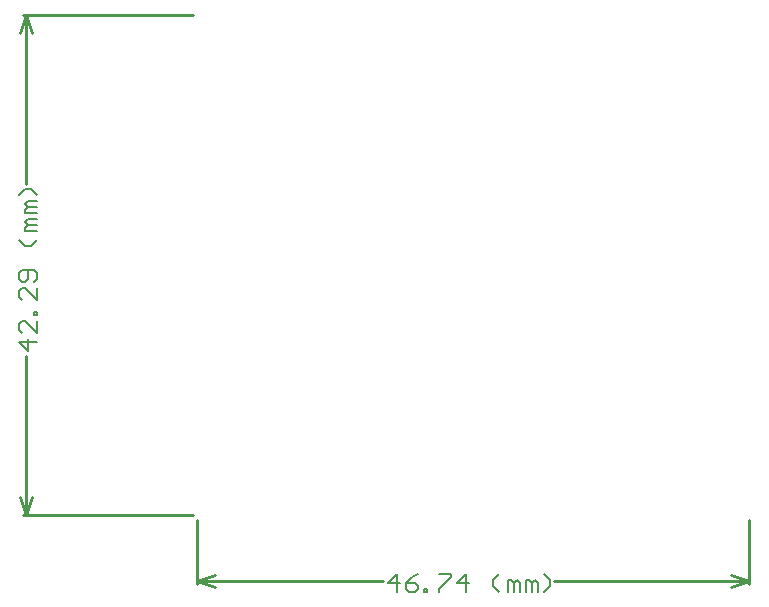
<source format=gm1>
%FSLAX25Y25*%
%MOIN*%
G70*
G01*
G75*
G04 Layer_Color=16711935*
%ADD10C,0.02756*%
%ADD11C,0.01181*%
%ADD12C,0.01969*%
%ADD13C,0.01575*%
%ADD14C,0.03543*%
%ADD15C,0.03937*%
%ADD16C,0.03150*%
%ADD17R,0.04331X0.06693*%
%ADD18R,0.07480X0.09449*%
%ADD19O,0.07874X0.01378*%
%ADD20R,0.06693X0.04331*%
%ADD21R,0.03740X0.08661*%
%ADD22R,0.21654X0.26378*%
%ADD23O,0.06890X0.02165*%
%ADD24O,0.02165X0.06890*%
%ADD25R,0.07087X0.06299*%
G04:AMPARAMS|DCode=26|XSize=49.5mil|YSize=30mil|CornerRadius=0mil|HoleSize=0mil|Usage=FLASHONLY|Rotation=315.000|XOffset=0mil|YOffset=0mil|HoleType=Round|Shape=Rectangle|*
%AMROTATEDRECTD26*
4,1,4,-0.02811,0.00689,-0.00689,0.02811,0.02811,-0.00689,0.00689,-0.02811,-0.02811,0.00689,0.0*
%
%ADD26ROTATEDRECTD26*%

G04:AMPARAMS|DCode=27|XSize=49.5mil|YSize=30mil|CornerRadius=0mil|HoleSize=0mil|Usage=FLASHONLY|Rotation=45.000|XOffset=0mil|YOffset=0mil|HoleType=Round|Shape=Rectangle|*
%AMROTATEDRECTD27*
4,1,4,-0.00689,-0.02811,-0.02811,-0.00689,0.00689,0.02811,0.02811,0.00689,-0.00689,-0.02811,0.0*
%
%ADD27ROTATEDRECTD27*%

G04:AMPARAMS|DCode=28|XSize=42.4mil|YSize=15.23mil|CornerRadius=0mil|HoleSize=0mil|Usage=FLASHONLY|Rotation=315.000|XOffset=0mil|YOffset=0mil|HoleType=Round|Shape=Rectangle|*
%AMROTATEDRECTD28*
4,1,4,-0.02038,0.00961,-0.00961,0.02038,0.02038,-0.00961,0.00961,-0.02038,-0.02038,0.00961,0.0*
%
%ADD28ROTATEDRECTD28*%

G04:AMPARAMS|DCode=29|XSize=65mil|YSize=27.71mil|CornerRadius=0mil|HoleSize=0mil|Usage=FLASHONLY|Rotation=315.000|XOffset=0mil|YOffset=0mil|HoleType=Round|Shape=Rectangle|*
%AMROTATEDRECTD29*
4,1,4,-0.03278,0.01318,-0.01318,0.03278,0.03278,-0.01318,0.01318,-0.03278,-0.03278,0.01318,0.0*
%
%ADD29ROTATEDRECTD29*%

G04:AMPARAMS|DCode=30|XSize=60.87mil|YSize=31.82mil|CornerRadius=0mil|HoleSize=0mil|Usage=FLASHONLY|Rotation=45.000|XOffset=0mil|YOffset=0mil|HoleType=Round|Shape=Rectangle|*
%AMROTATEDRECTD30*
4,1,4,-0.01027,-0.03277,-0.03277,-0.01027,0.01027,0.03277,0.03277,0.01027,-0.01027,-0.03277,0.0*
%
%ADD30ROTATEDRECTD30*%

G04:AMPARAMS|DCode=31|XSize=55mil|YSize=25mil|CornerRadius=0mil|HoleSize=0mil|Usage=FLASHONLY|Rotation=45.000|XOffset=0mil|YOffset=0mil|HoleType=Round|Shape=Rectangle|*
%AMROTATEDRECTD31*
4,1,4,-0.01061,-0.02828,-0.02828,-0.01061,0.01061,0.02828,0.02828,0.01061,-0.01061,-0.02828,0.0*
%
%ADD31ROTATEDRECTD31*%

%ADD32R,0.00500X0.01000*%
G04:AMPARAMS|DCode=33|XSize=65mil|YSize=30mil|CornerRadius=0mil|HoleSize=0mil|Usage=FLASHONLY|Rotation=311.618|XOffset=0mil|YOffset=0mil|HoleType=Round|Shape=Rectangle|*
%AMROTATEDRECTD33*
4,1,4,-0.03280,0.01433,-0.01037,0.03426,0.03280,-0.01433,0.01037,-0.03426,-0.03280,0.01433,0.0*
%
%ADD33ROTATEDRECTD33*%

%ADD34P,0.07071X4X360.0*%
G04:AMPARAMS|DCode=35|XSize=40.51mil|YSize=13.28mil|CornerRadius=0mil|HoleSize=0mil|Usage=FLASHONLY|Rotation=45.000|XOffset=0mil|YOffset=0mil|HoleType=Round|Shape=Rectangle|*
%AMROTATEDRECTD35*
4,1,4,-0.00963,-0.01902,-0.01902,-0.00963,0.00963,0.01902,0.01902,0.00963,-0.00963,-0.01902,0.0*
%
%ADD35ROTATEDRECTD35*%

G04:AMPARAMS|DCode=36|XSize=40mil|YSize=11.71mil|CornerRadius=0mil|HoleSize=0mil|Usage=FLASHONLY|Rotation=51.340|XOffset=0mil|YOffset=0mil|HoleType=Round|Shape=Rectangle|*
%AMROTATEDRECTD36*
4,1,4,-0.00792,-0.01928,-0.01707,-0.01196,0.00792,0.01928,0.01707,0.01196,-0.00792,-0.01928,0.0*
%
%ADD36ROTATEDRECTD36*%

G04:AMPARAMS|DCode=37|XSize=31.15mil|YSize=14.57mil|CornerRadius=0mil|HoleSize=0mil|Usage=FLASHONLY|Rotation=315.000|XOffset=0mil|YOffset=0mil|HoleType=Round|Shape=Rectangle|*
%AMROTATEDRECTD37*
4,1,4,-0.01617,0.00586,-0.00586,0.01617,0.01617,-0.00586,0.00586,-0.01617,-0.01617,0.00586,0.0*
%
%ADD37ROTATEDRECTD37*%

G04:AMPARAMS|DCode=38|XSize=35mil|YSize=15mil|CornerRadius=0mil|HoleSize=0mil|Usage=FLASHONLY|Rotation=45.000|XOffset=0mil|YOffset=0mil|HoleType=Round|Shape=Rectangle|*
%AMROTATEDRECTD38*
4,1,4,-0.00707,-0.01768,-0.01768,-0.00707,0.00707,0.01768,0.01768,0.00707,-0.00707,-0.01768,0.0*
%
%ADD38ROTATEDRECTD38*%

G04:AMPARAMS|DCode=39|XSize=35mil|YSize=15mil|CornerRadius=0mil|HoleSize=0mil|Usage=FLASHONLY|Rotation=315.000|XOffset=0mil|YOffset=0mil|HoleType=Round|Shape=Rectangle|*
%AMROTATEDRECTD39*
4,1,4,-0.01768,0.00707,-0.00707,0.01768,0.01768,-0.00707,0.00707,-0.01768,-0.01768,0.00707,0.0*
%
%ADD39ROTATEDRECTD39*%

G04:AMPARAMS|DCode=40|XSize=17.93mil|YSize=33.18mil|CornerRadius=0mil|HoleSize=0mil|Usage=FLASHONLY|Rotation=315.000|XOffset=0mil|YOffset=0mil|HoleType=Round|Shape=Rectangle|*
%AMROTATEDRECTD40*
4,1,4,-0.01807,-0.00539,0.00539,0.01807,0.01807,0.00539,-0.00539,-0.01807,-0.01807,-0.00539,0.0*
%
%ADD40ROTATEDRECTD40*%

G04:AMPARAMS|DCode=41|XSize=27.23mil|YSize=15mil|CornerRadius=0mil|HoleSize=0mil|Usage=FLASHONLY|Rotation=45.000|XOffset=0mil|YOffset=0mil|HoleType=Round|Shape=Rectangle|*
%AMROTATEDRECTD41*
4,1,4,-0.00432,-0.01493,-0.01493,-0.00432,0.00432,0.01493,0.01493,0.00432,-0.00432,-0.01493,0.0*
%
%ADD41ROTATEDRECTD41*%

G04:AMPARAMS|DCode=42|XSize=30.51mil|YSize=15mil|CornerRadius=0mil|HoleSize=0mil|Usage=FLASHONLY|Rotation=315.000|XOffset=0mil|YOffset=0mil|HoleType=Round|Shape=Rectangle|*
%AMROTATEDRECTD42*
4,1,4,-0.01609,0.00548,-0.00548,0.01609,0.01609,-0.00548,0.00548,-0.01609,-0.01609,0.00548,0.0*
%
%ADD42ROTATEDRECTD42*%

G04:AMPARAMS|DCode=43|XSize=15mil|YSize=10.61mil|CornerRadius=0mil|HoleSize=0mil|Usage=FLASHONLY|Rotation=315.000|XOffset=0mil|YOffset=0mil|HoleType=Round|Shape=Rectangle|*
%AMROTATEDRECTD43*
4,1,4,-0.00905,0.00155,-0.00155,0.00905,0.00905,-0.00155,0.00155,-0.00905,-0.00905,0.00155,0.0*
%
%ADD43ROTATEDRECTD43*%

G04:AMPARAMS|DCode=44|XSize=25mil|YSize=11.24mil|CornerRadius=0mil|HoleSize=0mil|Usage=FLASHONLY|Rotation=41.479|XOffset=0mil|YOffset=0mil|HoleType=Round|Shape=Rectangle|*
%AMROTATEDRECTD44*
4,1,4,-0.00564,-0.01249,-0.01309,-0.00407,0.00564,0.01249,0.01309,0.00407,-0.00564,-0.01249,0.0*
%
%ADD44ROTATEDRECTD44*%

G04:AMPARAMS|DCode=45|XSize=19.45mil|YSize=10mil|CornerRadius=0mil|HoleSize=0mil|Usage=FLASHONLY|Rotation=311.390|XOffset=0mil|YOffset=0mil|HoleType=Round|Shape=Rectangle|*
%AMROTATEDRECTD45*
4,1,4,-0.01018,0.00399,-0.00268,0.01060,0.01018,-0.00399,0.00268,-0.01060,-0.01018,0.00399,0.0*
%
%ADD45ROTATEDRECTD45*%

G04:AMPARAMS|DCode=46|XSize=23.54mil|YSize=10mil|CornerRadius=0mil|HoleSize=0mil|Usage=FLASHONLY|Rotation=45.000|XOffset=0mil|YOffset=0mil|HoleType=Round|Shape=Rectangle|*
%AMROTATEDRECTD46*
4,1,4,-0.00479,-0.01186,-0.01186,-0.00479,0.00479,0.01186,0.01186,0.00479,-0.00479,-0.01186,0.0*
%
%ADD46ROTATEDRECTD46*%

G04:AMPARAMS|DCode=47|XSize=49.5mil|YSize=17.93mil|CornerRadius=0mil|HoleSize=0mil|Usage=FLASHONLY|Rotation=45.000|XOffset=0mil|YOffset=0mil|HoleType=Round|Shape=Rectangle|*
%AMROTATEDRECTD47*
4,1,4,-0.01116,-0.02384,-0.02384,-0.01116,0.01116,0.02384,0.02384,0.01116,-0.01116,-0.02384,0.0*
%
%ADD47ROTATEDRECTD47*%

G04:AMPARAMS|DCode=48|XSize=71.37mil|YSize=59.39mil|CornerRadius=0mil|HoleSize=0mil|Usage=FLASHONLY|Rotation=330.602|XOffset=0mil|YOffset=0mil|HoleType=Round|Shape=Rectangle|*
%AMROTATEDRECTD48*
4,1,4,-0.04567,-0.00836,-0.01652,0.04339,0.04567,0.00836,0.01652,-0.04339,-0.04567,-0.00836,0.0*
%
%ADD48ROTATEDRECTD48*%

G04:AMPARAMS|DCode=49|XSize=106.12mil|YSize=43.14mil|CornerRadius=0mil|HoleSize=0mil|Usage=FLASHONLY|Rotation=315.000|XOffset=0mil|YOffset=0mil|HoleType=Round|Shape=Rectangle|*
%AMROTATEDRECTD49*
4,1,4,-0.05277,0.02227,-0.02227,0.05277,0.05277,-0.02227,0.02227,-0.05277,-0.05277,0.02227,0.0*
%
%ADD49ROTATEDRECTD49*%

G04:AMPARAMS|DCode=50|XSize=43.52mil|YSize=25.48mil|CornerRadius=0mil|HoleSize=0mil|Usage=FLASHONLY|Rotation=50.423|XOffset=0mil|YOffset=0mil|HoleType=Round|Shape=Rectangle|*
%AMROTATEDRECTD50*
4,1,4,-0.00405,-0.02489,-0.02368,-0.00866,0.00405,0.02489,0.02368,0.00866,-0.00405,-0.02489,0.0*
%
%ADD50ROTATEDRECTD50*%

%ADD51R,0.19500X0.06500*%
%ADD52R,0.05906X0.05906*%
%ADD53C,0.05906*%
%ADD54O,0.09843X0.04724*%
%ADD55R,0.09843X0.04724*%
%ADD56R,0.05906X0.05906*%
%ADD57C,0.06693*%
%ADD58C,0.08661*%
%ADD59R,0.08661X0.08661*%
%ADD60C,0.05000*%
%ADD61C,0.04000*%
%ADD62C,0.07543*%
%ADD63C,0.07150*%
%ADD64C,0.08724*%
%ADD65C,0.06800*%
G04:AMPARAMS|DCode=66|XSize=40mil|YSize=42.6mil|CornerRadius=0mil|HoleSize=0mil|Usage=FLASHONLY|Rotation=45.000|XOffset=0mil|YOffset=0mil|HoleType=Round|Shape=Rectangle|*
%AMROTATEDRECTD66*
4,1,4,0.00092,-0.02920,-0.02920,0.00092,-0.00092,0.02920,0.02920,-0.00092,0.00092,-0.02920,0.0*
%
%ADD66ROTATEDRECTD66*%

%ADD67C,0.00984*%
%ADD68C,0.02362*%
%ADD69C,0.00787*%
%ADD70R,0.05131X0.07493*%
%ADD71R,0.08280X0.10249*%
%ADD72O,0.08674X0.02178*%
%ADD73R,0.07493X0.05131*%
%ADD74R,0.04540X0.09461*%
%ADD75R,0.22453X0.27178*%
%ADD76O,0.07690X0.02965*%
%ADD77O,0.02965X0.07690*%
%ADD78R,0.07887X0.07099*%
%ADD79R,0.06706X0.06706*%
%ADD80C,0.06706*%
%ADD81O,0.10642X0.05524*%
%ADD82R,0.10642X0.05524*%
%ADD83R,0.06706X0.06706*%
%ADD84C,0.07493*%
%ADD85C,0.09461*%
%ADD86R,0.09461X0.09461*%
%ADD87C,0.05800*%
%ADD88C,0.01000*%
%ADD89C,0.00600*%
D88*
X-58000Y166500D02*
X-1591D01*
X-58000Y0D02*
X-1591D01*
X-57000Y110241D02*
Y166500D01*
Y0D02*
Y53059D01*
X-59000Y160500D02*
X-57000Y166500D01*
X-55000Y160500D01*
X-57000Y0D02*
X-55000Y6000D01*
X-59000D02*
X-57000Y0D01*
X184000Y-23000D02*
Y-1591D01*
X0Y-23000D02*
Y-1591D01*
X118991Y-22000D02*
X184000D01*
X0D02*
X61809D01*
X178000Y-20000D02*
X184000Y-22000D01*
X178000Y-24000D02*
X184000Y-22000D01*
X0D02*
X6000Y-24000D01*
X0Y-22000D02*
X6000Y-20000D01*
D89*
X-53401Y57658D02*
X-59399D01*
X-56400Y54659D01*
Y58657D01*
X-53401Y64656D02*
Y60657D01*
X-57400Y64656D01*
X-58399D01*
X-59399Y63656D01*
Y61656D01*
X-58399Y60657D01*
X-53401Y66655D02*
X-54401D01*
Y67655D01*
X-53401D01*
Y66655D01*
Y75652D02*
Y71653D01*
X-57400Y75652D01*
X-58399D01*
X-59399Y74652D01*
Y72653D01*
X-58399Y71653D01*
X-54401Y77651D02*
X-53401Y78651D01*
Y80650D01*
X-54401Y81650D01*
X-58399D01*
X-59399Y80650D01*
Y78651D01*
X-58399Y77651D01*
X-57400D01*
X-56400Y78651D01*
Y81650D01*
X-53401Y91647D02*
X-55400Y89647D01*
X-57400D01*
X-59399Y91647D01*
X-53401Y94646D02*
X-57400D01*
Y95645D01*
X-56400Y96645D01*
X-53401D01*
X-56400D01*
X-57400Y97645D01*
X-56400Y98645D01*
X-53401D01*
Y100644D02*
X-57400D01*
Y101644D01*
X-56400Y102643D01*
X-53401D01*
X-56400D01*
X-57400Y103643D01*
X-56400Y104643D01*
X-53401D01*
Y106642D02*
X-55400Y108641D01*
X-57400D01*
X-59399Y106642D01*
X66408Y-25599D02*
Y-19601D01*
X63409Y-22600D01*
X67407D01*
X73405Y-19601D02*
X71406Y-20601D01*
X69407Y-22600D01*
Y-24599D01*
X70407Y-25599D01*
X72406D01*
X73405Y-24599D01*
Y-23600D01*
X72406Y-22600D01*
X69407D01*
X75405Y-25599D02*
Y-24599D01*
X76405D01*
Y-25599D01*
X75405D01*
X80403Y-19601D02*
X84402D01*
Y-20601D01*
X80403Y-24599D01*
Y-25599D01*
X89400D02*
Y-19601D01*
X86401Y-22600D01*
X90400D01*
X100397Y-25599D02*
X98397Y-23600D01*
Y-21600D01*
X100397Y-19601D01*
X103396Y-25599D02*
Y-21600D01*
X104395D01*
X105395Y-22600D01*
Y-25599D01*
Y-22600D01*
X106395Y-21600D01*
X107395Y-22600D01*
Y-25599D01*
X109394D02*
Y-21600D01*
X110394D01*
X111393Y-22600D01*
Y-25599D01*
Y-22600D01*
X112393Y-21600D01*
X113393Y-22600D01*
Y-25599D01*
X115392D02*
X117391Y-23600D01*
Y-21600D01*
X115392Y-19601D01*
M02*

</source>
